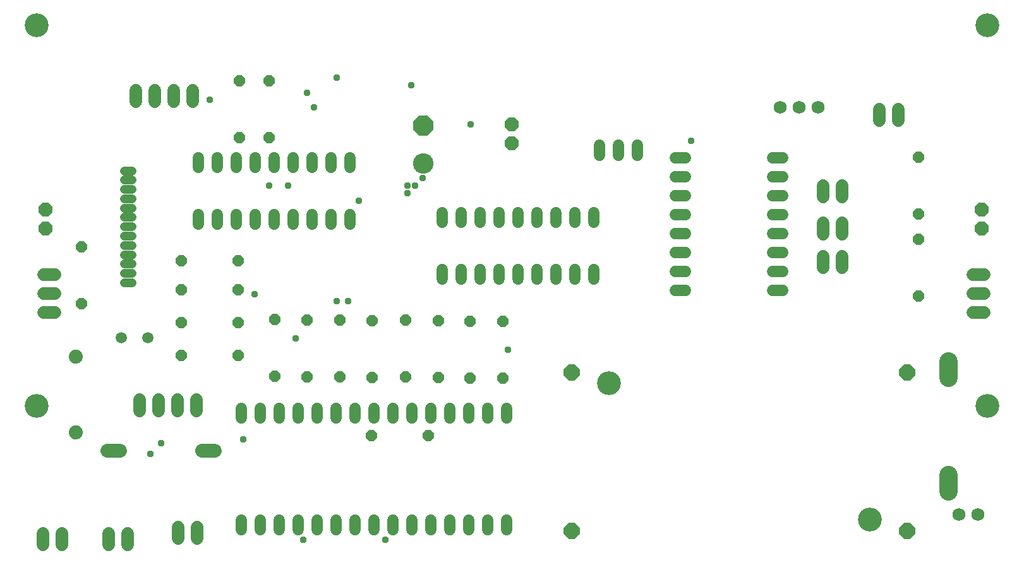
<source format=gbr>
G04 EAGLE Gerber RS-274X export*
G75*
%MOMM*%
%FSLAX34Y34*%
%LPD*%
%INSoldermask Bottom*%
%IPPOS*%
%AMOC8*
5,1,8,0,0,1.08239X$1,22.5*%
G01*
%ADD10C,3.203200*%
%ADD11C,1.727200*%
%ADD12C,1.727200*%
%ADD13C,1.524000*%
%ADD14C,2.743200*%
%ADD15P,2.969212X8X112.500000*%
%ADD16C,1.511200*%
%ADD17P,1.649562X8X112.500000*%
%ADD18P,1.649562X8X202.500000*%
%ADD19C,1.211200*%
%ADD20P,2.034460X8X292.500000*%
%ADD21P,1.649562X8X292.500000*%
%ADD22P,2.309387X8X202.500000*%
%ADD23C,1.879600*%
%ADD24C,1.879600*%
%ADD25C,2.451100*%
%ADD26C,0.959600*%


D10*
X1155000Y62500D03*
X805000Y245000D03*
X37600Y725000D03*
X37600Y215000D03*
X1312600Y725000D03*
X1312600Y215000D03*
D11*
X1274400Y69300D03*
X1299800Y69300D03*
D12*
X72200Y44020D02*
X72200Y28780D01*
X46800Y28780D02*
X46800Y44020D01*
X159700Y43320D02*
X159700Y28080D01*
X134300Y28080D02*
X134300Y43320D01*
D13*
X894296Y547600D02*
X907504Y547600D01*
X907504Y522200D02*
X894296Y522200D01*
X894296Y496800D02*
X907504Y496800D01*
X907504Y471400D02*
X894296Y471400D01*
X894296Y446000D02*
X907504Y446000D01*
X907504Y420600D02*
X894296Y420600D01*
X894296Y395200D02*
X907504Y395200D01*
X907504Y369800D02*
X894296Y369800D01*
X1024296Y369800D02*
X1037504Y369800D01*
X1037504Y395200D02*
X1024296Y395200D01*
X1024296Y420600D02*
X1037504Y420600D01*
X1037504Y446000D02*
X1024296Y446000D01*
X1024296Y471400D02*
X1037504Y471400D01*
X1037504Y496800D02*
X1024296Y496800D01*
X1024296Y522200D02*
X1037504Y522200D01*
X1037504Y547600D02*
X1024296Y547600D01*
X667800Y211604D02*
X667800Y198396D01*
X642400Y198396D02*
X642400Y211604D01*
X617000Y211604D02*
X617000Y198396D01*
X591600Y198396D02*
X591600Y211604D01*
X566200Y211604D02*
X566200Y198396D01*
X540800Y198396D02*
X540800Y211604D01*
X515400Y211604D02*
X515400Y198396D01*
X490000Y198396D02*
X490000Y211604D01*
X464600Y211604D02*
X464600Y198396D01*
X439200Y198396D02*
X439200Y211604D01*
X413800Y211604D02*
X413800Y198396D01*
X388400Y198396D02*
X388400Y211604D01*
X363000Y211604D02*
X363000Y198396D01*
X337600Y198396D02*
X337600Y211604D01*
X312200Y211604D02*
X312200Y198396D01*
X312200Y61604D02*
X312200Y48396D01*
X337600Y48396D02*
X337600Y61604D01*
X363000Y61604D02*
X363000Y48396D01*
X388400Y48396D02*
X388400Y61604D01*
X413800Y61604D02*
X413800Y48396D01*
X439200Y48396D02*
X439200Y61604D01*
X464600Y61604D02*
X464600Y48396D01*
X490000Y48396D02*
X490000Y61604D01*
X515400Y61604D02*
X515400Y48396D01*
X540800Y48396D02*
X540800Y61604D01*
X566200Y61604D02*
X566200Y48396D01*
X591600Y48396D02*
X591600Y61604D01*
X617000Y61604D02*
X617000Y48396D01*
X642400Y48396D02*
X642400Y61604D01*
X667800Y61604D02*
X667800Y48396D01*
D14*
X555900Y539600D03*
D15*
X555900Y590400D03*
D16*
X151720Y306620D03*
X186720Y306620D03*
D12*
X62520Y390500D02*
X47280Y390500D01*
X47280Y365100D02*
X62520Y365100D01*
X62520Y339700D02*
X47280Y339700D01*
X1292380Y339900D02*
X1307620Y339900D01*
X1307620Y365300D02*
X1292380Y365300D01*
X1292380Y390700D02*
X1307620Y390700D01*
D17*
X357440Y254880D03*
X357440Y331080D03*
D18*
X308160Y370700D03*
X231960Y370700D03*
X308060Y326100D03*
X231860Y326100D03*
X307860Y282800D03*
X231660Y282800D03*
D17*
X400700Y254000D03*
X400700Y330200D03*
X444200Y253880D03*
X444200Y330080D03*
X487500Y253200D03*
X487500Y329400D03*
X532400Y253400D03*
X532400Y329600D03*
X576300Y252800D03*
X576300Y329000D03*
X619180Y252400D03*
X619180Y328600D03*
X662880Y251820D03*
X662880Y328020D03*
D18*
X308260Y409800D03*
X232060Y409800D03*
D12*
X196300Y622780D02*
X196300Y638020D01*
X221700Y638020D02*
X221700Y622780D01*
X247100Y622780D02*
X247100Y638020D01*
X170900Y638020D02*
X170900Y622780D01*
D13*
X254400Y471704D02*
X254400Y458496D01*
X279800Y458496D02*
X279800Y471704D01*
X305200Y471704D02*
X305200Y458496D01*
X330600Y458496D02*
X330600Y471704D01*
X356000Y471704D02*
X356000Y458496D01*
X381400Y458496D02*
X381400Y471704D01*
X406800Y471704D02*
X406800Y458496D01*
X432200Y458496D02*
X432200Y471704D01*
X457600Y471704D02*
X457600Y458496D01*
X457600Y534696D02*
X457600Y547904D01*
X432200Y547904D02*
X432200Y534696D01*
X406800Y534696D02*
X406800Y547904D01*
X381400Y547904D02*
X381400Y534696D01*
X356000Y534696D02*
X356000Y547904D01*
X330600Y547904D02*
X330600Y534696D01*
X305200Y534696D02*
X305200Y547904D01*
X279800Y547904D02*
X279800Y534696D01*
X254400Y534696D02*
X254400Y547904D01*
X581800Y398004D02*
X581800Y384796D01*
X607200Y384796D02*
X607200Y398004D01*
X632600Y398004D02*
X632600Y384796D01*
X658000Y384796D02*
X658000Y398004D01*
X683400Y398004D02*
X683400Y384796D01*
X708800Y384796D02*
X708800Y398004D01*
X734200Y398004D02*
X734200Y384796D01*
X759600Y384796D02*
X759600Y398004D01*
X785000Y398004D02*
X785000Y384796D01*
X785000Y460996D02*
X785000Y474204D01*
X759600Y474204D02*
X759600Y460996D01*
X734200Y460996D02*
X734200Y474204D01*
X708800Y474204D02*
X708800Y460996D01*
X683400Y460996D02*
X683400Y474204D01*
X658000Y474204D02*
X658000Y460996D01*
X632600Y460996D02*
X632600Y474204D01*
X607200Y474204D02*
X607200Y460996D01*
X581800Y460996D02*
X581800Y474204D01*
D19*
X165540Y530000D02*
X155460Y530000D01*
X155460Y517500D02*
X165540Y517500D01*
X165540Y505000D02*
X155460Y505000D01*
X155460Y492500D02*
X165540Y492500D01*
X165540Y480000D02*
X155460Y480000D01*
X155460Y467500D02*
X165540Y467500D01*
X165540Y455000D02*
X155460Y455000D01*
X155460Y442500D02*
X165540Y442500D01*
X165540Y430000D02*
X155460Y430000D01*
X155460Y417500D02*
X165540Y417500D01*
X165540Y405000D02*
X155460Y405000D01*
X155460Y392500D02*
X165540Y392500D01*
X165540Y380000D02*
X155460Y380000D01*
D20*
X50000Y477700D03*
X50000Y452300D03*
X1305000Y477700D03*
X1305000Y452300D03*
D21*
X98200Y428100D03*
X98200Y351900D03*
X1220000Y438100D03*
X1220000Y361900D03*
D22*
X755000Y47500D03*
X755000Y260000D03*
X1205000Y47500D03*
X1205000Y260000D03*
D11*
X1085400Y615000D03*
X1060000Y615000D03*
X1034600Y615000D03*
D23*
X149882Y155000D02*
X133118Y155000D01*
X260118Y155000D02*
X276882Y155000D01*
D24*
X90600Y280840D03*
X90600Y179240D03*
D12*
X1092300Y494880D02*
X1092300Y510120D01*
X1117700Y510120D02*
X1117700Y494880D01*
X1092300Y460120D02*
X1092300Y444880D01*
X1117700Y444880D02*
X1117700Y460120D01*
X1092300Y415120D02*
X1092300Y399880D01*
X1117700Y399880D02*
X1117700Y415120D01*
D25*
X1260000Y274940D02*
X1260000Y252461D01*
X1260000Y122540D02*
X1260000Y100061D01*
D12*
X1192700Y597380D02*
X1192700Y612620D01*
X1167300Y612620D02*
X1167300Y597380D01*
D13*
X842900Y564304D02*
X842900Y551096D01*
X792100Y551096D02*
X792100Y564304D01*
X817500Y564304D02*
X817500Y551096D01*
D20*
X675000Y592700D03*
X675000Y567300D03*
D21*
X1220000Y548100D03*
X1220000Y471900D03*
D12*
X227300Y52620D02*
X227300Y37380D01*
X252700Y37380D02*
X252700Y52620D01*
D17*
X310000Y574400D03*
X310000Y650600D03*
D21*
X350000Y650600D03*
X350000Y574400D03*
D18*
X563100Y175000D03*
X486900Y175000D03*
D12*
X176180Y208220D02*
X176180Y223460D01*
X201580Y223460D02*
X201580Y208220D01*
X226980Y208220D02*
X226980Y223460D01*
X252380Y223460D02*
X252380Y208220D01*
D26*
X400000Y635000D03*
X620000Y592500D03*
X455000Y355000D03*
X330000Y365000D03*
X470000Y490000D03*
X315000Y170000D03*
X540000Y645000D03*
X270000Y625000D03*
X440000Y655000D03*
X410000Y615000D03*
X205000Y165000D03*
X505000Y35000D03*
X190000Y150000D03*
X395000Y35000D03*
X440000Y355000D03*
X350000Y510000D03*
X375000Y510000D03*
X535000Y500000D03*
X535000Y510000D03*
X545000Y510000D03*
X555000Y520000D03*
X385000Y305000D03*
X915000Y570000D03*
X670000Y290000D03*
M02*

</source>
